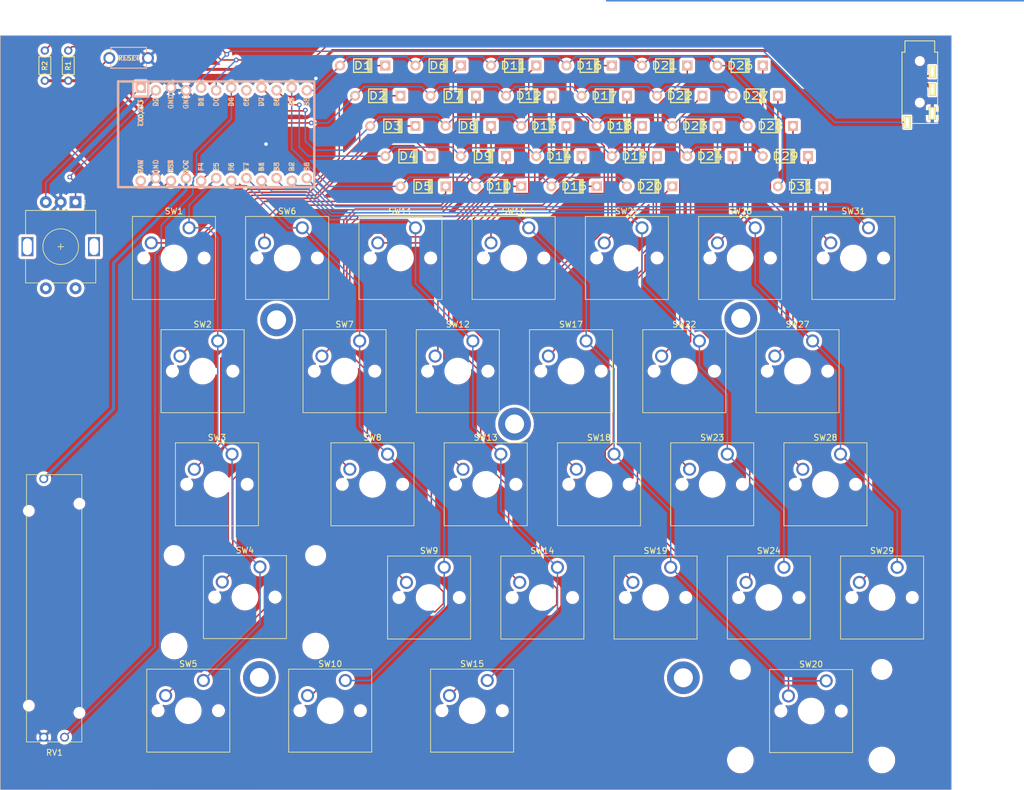
<source format=kicad_pcb>
(kicad_pcb (version 20221018) (generator pcbnew)
  (layers (0 "F.Cu" signal) (31 "B.Cu" signal) (34 "B.Paste" user) (35 "F.Paste" user) (36 "B.SilkS" user "B.Silkscreen") (37 "F.SilkS" user "F.Silkscreen") (38 "B.Mask" user) (39 "F.Mask" user) (44 "Edge.Cuts" user))
  (net 0 "")
  (net 1 "GND")
  (net 2 "slidePot")
  (net 3 "SCL")
  (net 4 "SDA")
  (net 5 "reset")
  (net 6 "encA")
  (net 7 "encB")
  (net 8 "rowC")
  (net 9 "Net-(D3-A)")
  (net 10 "rowD")
  (net 11 "Net-(D4-A)")
  (net 12 "rowE")
  (net 13 "Net-(D5-A)")
  (net 14 "rowA")
  (net 15 "Net-(D6-A)")
  (net 16 "rowB")
  (net 17 "Net-(D7-A)")
  (net 18 "Net-(D8-A)")
  (net 19 "Net-(D9-A)")
  (net 20 "Net-(D10-A)")
  (net 21 "Net-(D11-A)")
  (net 22 "Net-(D12-A)")
  (net 23 "Net-(D13-A)")
  (net 24 "Net-(D14-A)")
  (net 25 "Net-(D15-A)")
  (net 26 "Net-(D16-A)")
  (net 27 "Net-(D17-A)")
  (net 28 "Net-(D18-A)")
  (net 29 "Net-(D19-A)")
  (net 30 "Net-(D20-A)")
  (net 31 "Net-(D21-A)")
  (net 32 "Net-(D22-A)")
  (net 33 "Net-(D23-A)")
  (net 34 "Net-(D24-A)")
  (net 35 "Net-(D26-A)")
  (net 36 "Net-(D27-A)")
  (net 37 "Net-(D28-A)")
  (net 38 "Net-(D29-A)")
  (net 39 "Net-(D31-A)")
  (net 40 "Net-(D1-A)")
  (net 41 "Net-(D2-A)")
  (net 42 "col7")
  (net 43 "col6")
  (net 44 "col5")
  (net 45 "col4")
  (net 46 "col3")
  (net 47 "col2")
  (net 48 "col1")
  (net 50 "VCC")
  (net 51 "x")
  (footprint "" (layer "F.Cu") (at 139.9286 100.584)
    (fp_text reference "")
    (fp_text value "")
  )
  (footprint "Library:Diode" (layer "F.Cu") (at 132.207 68.199)
    (fp_text reference "D23")
    (fp_text value "D_Small" hide)
  )
  (footprint "Button_Switch_Keyboard:SW_Cherry_MX_1.00u_PCB" (layer "F.Cu") (at 123.317 85.344)
    (fp_text reference "SW21")
    (fp_text value "KEYSW")
  )
  (footprint "Button_Switch_Keyboard:SW_Cherry_MX_1.25u_PCB" (layer "F.Cu") (at 73.406 161.544)
    (fp_text reference "SW10")
    (fp_text value "KEYSW")
  )
  (footprint "Library:Diode" (layer "F.Cu") (at 144.907 68.199)
    (fp_text reference "D28")
    (fp_text value "D_Small" hide)
  )
  (footprint "Library:Diode" (layer "F.Cu") (at 91.567 63.119)
    (fp_text reference "D7")
    (fp_text value "D_Small" hide)
  )
  (footprint "" (layer "F.Cu") (at 61.849 100.838)
    (fp_text reference "")
    (fp_text value "")
  )
  (footprint "Library:Diode" (layer "F.Cu") (at 116.967 63.119)
    (fp_text reference "D17")
    (fp_text value "D_Small" hide)
  )
  (footprint "Button_Switch_Keyboard:SW_Cherry_MX_1.00u_PCB" (layer "F.Cu") (at 152.019 104.394)
    (fp_text reference "SW27")
    (fp_text value "KEYSW")
  )
  (footprint "" (layer "F.Cu") (at 101.8794 118.364)
    (fp_text reference "")
    (fp_text value "")
  )
  (footprint "Library:Diode" (layer "F.Cu") (at 129.667 63.119)
    (fp_text reference "D22")
    (fp_text value "D_Small" hide)
  )
  (footprint "Library:Diode" (layer "F.Cu") (at 147.447 73.279)
    (fp_text reference "D29")
    (fp_text value "D_Small" hide)
  )
  (footprint "Button_Switch_Keyboard:SW_Cherry_MX_1.00u_PCB" (layer "F.Cu") (at 99.568 123.444)
    (fp_text reference "SW13")
    (fp_text value "KEYSW")
  )
  (footprint "Library:Diode" (layer "F.Cu") (at 119.507 68.199)
    (fp_text reference "D18")
    (fp_text value "D_Small" hide)
  )
  (footprint "Button_Switch_Keyboard:SW_Cherry_MX_1.00u_PCB" (layer "F.Cu") (at 128.143 142.494)
    (fp_text reference "SW19")
    (fp_text value "KEYSW")
  )
  (footprint "Button_Switch_Keyboard:SW_Cherry_MX_1.00u_PCB" (layer "F.Cu") (at 104.267 85.344)
    (fp_text reference "SW16")
    (fp_text value "KEYSW")
  )
  (footprint "Library:Diode" (layer "F.Cu") (at 94.107 68.199)
    (fp_text reference "D8")
    (fp_text value "D_Small" hide)
  )
  (footprint "Button_Switch_Keyboard:SW_Cherry_MX_1.00u_PCB" (layer "F.Cu") (at 147.193 142.494)
    (fp_text reference "SW24")
    (fp_text value "KEYSW")
  )
  (footprint "Button_Switch_Keyboard:SW_Cherry_MX_1.00u_PCB" (layer "F.Cu") (at 132.969 104.394)
    (fp_text reference "SW22")
    (fp_text value "KEYSW")
  )
  (footprint "Button_Switch_Keyboard:SW_Cherry_MX_2.25u_PCB" (layer "F.Cu") (at 154.305 161.605)
    (fp_text reference "SW20")
    (fp_text value "KEYSW")
  )
  (footprint "Button_Switch_Keyboard:SW_Cherry_MX_1.00u_PCB" (layer "F.Cu") (at 161.417 85.344)
    (fp_text reference "SW31")
    (fp_text value "KEYSW")
  )
  (footprint "Button_Switch_Keyboard:SW_Cherry_MX_1.00u_PCB" (layer "F.Cu") (at 94.869 104.394)
    (fp_text reference "SW12")
    (fp_text value "KEYSW")
  )
  (footprint "Library:Diode" (layer "F.Cu") (at 106.807 68.199)
    (fp_text reference "D13")
    (fp_text value "D_Small" hide)
  )
  (footprint "Button_Switch_Keyboard:SW_Cherry_MX_1.50u_PCB" (layer "F.Cu") (at 51.943 104.394)
    (fp_text reference "SW2")
    (fp_text value "KEYSW")
  )
  (footprint "Button_Switch_Keyboard:SW_Cherry_MX_1.00u_PCB" (layer "F.Cu") (at 80.518 123.444)
    (fp_text reference "SW8")
    (fp_text value "KEYSW")
  )
  (footprint "Library:TACT_SWITCH_TVBP06" (layer "F.Cu") (at 36.957 56.769)
    (fp_text reference "SW_A1" hide)
    (fp_text value "SW_PUSH" hide)
  )
  (footprint "Library:Diode" (layer "F.Cu") (at 96.647 73.279)
    (fp_text reference "D9")
    (fp_text value "D_Small" hide)
  )
  (footprint "Library:Diode" (layer "F.Cu") (at 89.027 58.039)
    (fp_text reference "D6")
    (fp_text value "D_Small" hide)
  )
  (footprint "Library:Diode" (layer "F.Cu") (at 111.887 78.359)
    (fp_text reference "D15")
    (fp_text value "D_Small" hide)
  )
  (footprint "Library:RESISTOR" (layer "F.Cu") (at 26.797 58.039 90)
    (fp_text reference "R1")
    (fp_text value "4.7k" hide)
  )
  (footprint "Library:RotaryEncoder_EC11" (layer "F.Cu") (at 25.527 88.519 -90)
    (fp_text reference "ROT1")
    (fp_text value "RotaryEncoder")
  )
  (footprint "Button_Switch_Keyboard:SW_Cherry_MX_1.25u_PCB" (layer "F.Cu") (at 97.282 161.544)
    (fp_text reference "SW15")
    (fp_text value "KEYSW")
  )
  (footprint "Library:Diode" (layer "F.Cu") (at 83.947 73.279)
    (fp_text reference "D4")
    (fp_text value "D_Small" hide)
  )
  (footprint "Library:RESISTOR" (layer "F.Cu") (at 22.86 58.039 90)
    (fp_text reference "R2")
    (fp_text value "4.7k" hide)
  )
  (footprint "Button_Switch_Keyboard:SW_Cherry_MX_1.00u_PCB" (layer "F.Cu") (at 109.093 142.494)
    (fp_text reference "SW14")
    (fp_text value "KEYSW")
  )
  (footprint "Button_Switch_Keyboard:SW_Cherry_MX_2.25u_PCB" (layer "F.Cu") (at 59.055 142.428)
    (fp_text reference "SW4")
    (fp_text value "KEYSW")
  )
  (footprint "Button_Switch_Keyboard:SW_Cherry_MX_1.00u_PCB" (layer "F.Cu") (at 47.117 85.344)
    (fp_text reference "SW1")
    (fp_text value "KEYSW")
  )
  (footprint "Button_Switch_Keyboard:SW_Cherry_MX_1.00u_PCB" (layer "F.Cu") (at 90.043 142.494)
    (fp_text reference "SW9")
    (fp_text value "KEYSW")
  )
  (footprint "Button_Switch_Keyboard:SW_Cherry_MX_1.00u_PCB" (layer "F.Cu") (at 118.618 123.444)
    (fp_text reference "SW18")
    (fp_text value "KEYSW")
  )
  (footprint "Library:Diode" (layer "F.Cu") (at 104.267 63.119)
    (fp_text reference "D12")
    (fp_text value "D_Small" hide)
  )
  (footprint "Button_Switch_Keyboard:SW_Cherry_MX_1.00u_PCB" (layer "F.Cu") (at 156.718 123.444)
    (fp_text reference "SW28")
    (fp_text value "KEYSW")
  )
  (footprint "Library:Diode" (layer "F.Cu") (at 122.047 73.279)
    (fp_text reference "D19")
    (fp_text value "D_Small" hide)
  )
  (footprint "Library:Diode" (layer "F.Cu") (at 76.327 58.039)
    (fp_text reference "D1")
    (fp_text value "D_Small" hide)
  )
  (footprint "Button_Switch_Keyboard:SW_Cherry_MX_1.25u_PCB" (layer "F.Cu") (at 49.53 161.544)
    (fp_text reference "SW5")
    (fp_text value "KEYSW")
  )
  (footprint "Library:Diode" (layer "F.Cu") (at 134.747 73.279)
    (fp_text reference "D24")
    (fp_text value "D_Small" hide)
  )
  (footprint "Library:potentiometer_slider_45mm" (layer "F.Cu") (at 31.377 171.884 90)
    (fp_text reference "RV1")
    (fp_text value "R_Potentiometer")
  )
  (footprint "Library:Diode" (layer "F.Cu") (at 124.587 78.359)
    (fp_text reference "D20")
    (fp_text value "D_Small" hide)
  )
  (footprint "Library:Diode" (layer "F.Cu") (at 109.347 73.279)
    (fp_text reference "D14")
    (fp_text value "D_Small" hide)
  )
  (footprint "Library:TRRS" (layer "F.Cu") (at 170.053 55.7765)
    (fp_text reference "U2" hide)
    (fp_text value "4PIN" hide)
  )
  (footprint "" (layer "F.Cu") (at 58.9534 161.036)
    (fp_text reference "")
    (fp_text value "")
  )
  (footprint "Button_Switch_Keyboard:SW_Cherry_MX_1.00u_PCB" (layer "F.Cu") (at 113.919 104.394)
    (fp_text reference "SW17")
    (fp_text value "KEYSW")
  )
  (footprint "Library:Diode" (layer "F.Cu") (at 139.827 58.039)
    (fp_text reference "D26")
    (fp_text value "D_Small" hide)
  )
  (footprint "Library:Diode" (layer "F.Cu") (at 86.487 78.359)
    (fp_text reference "D5")
    (fp_text value "D_Small" hide)
  )
  (footprint "Button_Switch_Keyboard:SW_Cherry_MX_1.00u_PCB" (layer "F.Cu") (at 166.243 142.494)
    (fp_text reference "SW29")
    (fp_text value "KEYSW")
  )
  (footprint "" (layer "F.Cu") (at 130.2766 161.0868)
    (fp_text reference "")
    (fp_text value "")
  )
  (footprint "Library:Diode" (layer "F.Cu") (at 78.867 63.119)
    (fp_text reference "D2")
    (fp_text value "D_Small" hide)
  )
  (footprint "Library:Diode" (layer "F.Cu") (at 127.127 58.039)
    (fp_text reference "D21")
    (fp_text value "D_Small" hide)
  )
  (footprint "Button_Switch_Keyboard:SW_Cherry_MX_1.00u_PCB" (layer "F.Cu") (at 85.217 85.344)
    (fp_text reference "SW11")
    (fp_text value "KEYSW")
  )
  (footprint "Button_Switch_Keyboard:SW_Cherry_MX_1.00u_PCB" (layer "F.Cu") (at 75.819 104.394)
    (fp_text reference "SW7")
    (fp_text value "KEYSW")
  )
  (footprint "Library:Diode" (layer "F.Cu") (at 142.367 63.119)
    (fp_text reference "D27")
    (fp_text value "D_Small" hide)
  )
  (footprint "Button_Switch_Keyboard:SW_Cherry_MX_1.00u_PCB" (layer "F.Cu") (at 137.668 123.444)
    (fp_text reference "SW23")
    (fp_text value "KEYSW")
  )
  (footprint "Library:Diode" (layer "F.Cu") (at 149.987 78.359)
    (fp_text reference "D31")
    (fp_text value "D_Small" hide)
  )
  (footprint "Library:Diode" (layer "F.Cu") (at 99.187 78.359)
    (fp_text reference "D10")
    (fp_text value "D_Small" hide)
  )
  (footprint "Button_Switch_Keyboard:SW_Cherry_MX_1.75u_PCB" (layer "F.Cu") (at 54.356 123.444)
    (fp_text reference "SW3")
    (fp_text value "KEYSW")
  )
  (footprint "Library:Diode" (layer "F.Cu") (at 101.727 58.039)
    (fp_text reference "D11")
    (fp_text value "D_Small" hide)
  )
  (footprint "Library:Diode" (layer "F.Cu") (at 114.427 58.039)
    (fp_text reference "D16")
    (fp_text value "D_Small" hide)
  )
  (footprint "Library:Diode" (layer "F.Cu") (at 81.407 68.199)
    (fp_text reference "D3")
    (fp_text value "D_Small" hide)
  )
  (footprint "Button_Switch_Keyboard:SW_Cherry_MX_1.00u_PCB" (layer "F.Cu") (at 66.167 85.344)
    (fp_text reference "SW6")
    (fp_text value "KEYSW")
  )
  (footprint "Button_Switch_Keyboard:SW_Cherry_MX_1.00u_PCB" (layer "F.Cu") (at 142.367 85.344)
    (fp_text reference "SW26")
    (fp_text value "KEYSW")
  )
  (footprint "Keebio-Parts:ArduinoProMicro-ZigZag" (layer "B.Cu") (at 52.959 69.596)
    (fp_text reference "U1" hide)
    (fp_text value "ProMicro" hide)
  )
  (gr_line (start 15.367 52.959) (end 175.387 52.959) (stroke (width 0.1)) (layer "Edge.Cuts"))
  (gr_line (start 175.387 179.959) (end 15.367 179.959) (stroke (width 0.1)) (layer "Edge.Cuts"))
  (gr_line (start 175.387 52.959) (end 175.387 179.959) (stroke (width 0.1)) (layer "Edge.Cuts"))
  (gr_line (start 15.367 179.959) (end 15.367 52.959) (stroke (width 0.1)) (layer "Edge.Cuts"))
  (via (at 68.453 60.198) (size 1.2) (drill 0.6) (layers "F.Cu" "B.Cu") (net 1))
  (via (at 60.071 71.247) (size 1.2) (drill 0.6) (layers "F.Cu" "B.Cu") (net 1))
  (segment (start 154.81354 65.786) (end 143.76454 54.737) (width 0.5) (layer "B.Cu") (net 1))
  (segment (start 42.239 54.737) (end 40.207 56.769) (width 0.5) (layer "B.Cu") (net 1))
  (segment (start 44.069 60.631) (end 44.069 61.7474) (width 0.5) (layer "B.Cu") (net 1))
  (segment (start 172.153 66.0765) (end 171.8625 65.786) (width 0.5) (layer "B.Cu") (net 1))
  (segment (start 171.8625 65.786) (end 154.81354 65.786) (width 0.5) (layer "B.Cu") (net 1))
  (segment (start 41.529 73.914) (end 41.529 73.787) (width 0.5) (layer "B.Cu") (net 1))
  (segment (start 41.529 73.787) (end 44.069 71.247) (width 0.5) (layer "B.Cu") (net 1))
  (segment (start 25.527 81.019) (end 25.527 122.174) (width 0.5) (layer "B.Cu") (net 1))
  (segment (start 44.069 71.247) (end 44.069 61.7474) (width 0.5) (layer "B.Cu") (net 1))
  (segment (start 41.529 76.9874) (end 41.529 73.914) (width 0.5) (layer "B.Cu") (net 1))
  (segment (start 143.76454 54.737) (end 42.239 54.737) (width 0.5) (layer "B.Cu") (net 1))
  (segment (start 25.527 122.174) (end 21.082 126.619) (width 0.5) (layer "B.Cu") (net 1))
  (segment (start 25.527 81.019) (end 25.527 79.604787) (width 0.5) (layer "B.Cu") (net 1))
  (segment (start 21.082 126.619) (end 21.082 128.524) (width 0.5) (layer "B.Cu") (net 1))
  (segment (start 31.217787 73.914) (end 41.529 73.914) (width 0.5) (layer "B.Cu") (net 1))
  (segment (start 46.609 62.2046) (end 44.5262 62.2046) (width 0.5) (layer "B.Cu") (net 1))
  (segment (start 21.082 128.524) (end 21.717 129.159) (width 0.5) (layer "B.Cu") (net 1))
  (segment (start 21.717 129.159) (end 21.717 170.124) (width 0.5) (layer "B.Cu") (net 1))
  (segment (start 44.5262 62.2046) (end 44.069 61.7474) (width 0.5) (layer "B.Cu") (net 1))
  (segment (start 21.717 170.124) (end 22.677 171.084) (width 0.5) (layer "B.Cu") (net 1))
  (segment (start 40.207 56.769) (end 44.069 60.631) (width 0.5) (layer "B.Cu") (net 1))
  (segment (start 25.527 79.604787) (end 31.217787 73.914) (width 0.5) (layer "B.Cu") (net 1))
  (segment (start 48.387 76.431337) (end 47.8643 76.954037) (width 0.25) (layer "B.Cu") (net 2))
  (segment (start 47.8643 77.507363) (end 47.752 77.619663) (width 0.25) (layer "B.Cu") (net 2))
  (segment (start 48.387 72.897816) (end 48.387 76.431337) (width 0.25) (layer "B.Cu") (net 2))
  (segment (start 42.442056 84.938944) (end 42.442056 88.748944) (width 0.25) (layer "B.Cu") (net 2))
  (segment (start 47.8643 76.954037) (end 47.8643 77.507363) (width 0.25) (layer "B.Cu") (net 2))
  (segment (start 54.229 61.7474) (end 54.229 67.055816) (width 0.25) (layer "B.Cu") (net 2))
  (segment (start 42.442056 88.748944) (end 41.402 89.789) (width 0.25) (layer "B.Cu") (net 2))
  (segment (start 54.229 67.055816) (end 48.387 72.897816) (width 0.25) (layer "B.Cu") (net 2))
  (segment (start 41.402 155.859) (end 26.177 171.084) (width 0.25) (layer "B.Cu") (net 2))
  (segment (start 47.752 79.629) (end 42.442056 84.938944) (width 0.25) (layer "B.Cu") (net 2))
  (segment (start 41.402 89.789) (end 41.402 155.859) (width 0.25) (layer "B.Cu") (net 2))
  (segment (start 47.752 77.619663) (end 47.752 79.629) (width 0.25) (layer "B.Cu") (net 2))
  (segment (start 55.0545 57.0865) (end 67.8815 57.0865) (width 0.25) (layer "F.Cu") (net 3))
  (segment (start 67.8815 57.0865) (end 70.612 54.356) (width 0.25) (layer "F.Cu") (net 3))
  (segment (start 171.4125 59.817) (end 172.153 59.0765) (width 0.25) (layer "F.Cu") (net 3))
  (segment (start 145.923 54.356) (end 151.384 59.817) (width 0.25) (layer "F.Cu") (net 3))
  (segment (start 27.432 54.864) (end 26.797 55.499) (width 0.25) (layer "F.Cu") (net 3))
  (segment (start 55.0545 57.0865) (end 52.5145 57.0865) (width 0.25) (layer "F.Cu") (net 3))
  (segment (start 70.612 54.356) (end 145.923 54.356) (width 0.25) (layer "F.Cu") (net 3))
  (segment (start 151.384 59.817) (end 171.4125 59.817) (width 0.25) (layer "F.Cu") (net 3))
  (segment (start 52.5145 57.0865) (end 50.292 54.864) (width 0.25) (layer "F.Cu") (net 3))
  (segment (start 50.292 54.864) (end 27.432 54.864) (width 0.25) (layer "F.Cu") (net 3))
  (via (at 55.0545 57.0865) (size 0.8) (drill 0.4) (layers "F.Cu" "B.Cu") (net 3))
  (segment (start 51.689 60.452) (end 51.689 62.2046) (width 0.25) (layer "B.Cu") (net 3))
  (segment (start 55.0545 57.0865) (end 51.689 60.452) (width 0.25) (layer "B.Cu") (net 3))
  (segment (start 24.257 54.102) (end 22.86 55.499) (width 0.25) (layer "F.Cu") (net 4))
  (segment (start 53.467 56.134) (end 51.435 54.102) (width 0.25) (layer "F.Cu") (net 4))
  (segment (start 51.435 54.102) (end 24.257 54.102) (width 0.25) (layer "F.Cu") (net 4))
  (via (at 53.467 56.134) (size 0.8) (drill 0.4) (layers "F.Cu" "B.Cu") (net 4))
  (segment (start 167.953 67.5765) (end 155.7145 67.5765) (width 0.25) (layer "B.Cu") (net 4))
  (segment (start 53.467 56.1467) (end 49.149 60.4647) (width 0.25) (layer "B.Cu") (net 4))
  (segment (start 53.975 55.626) (end 53.467 56.134) (width 0.25) (layer "B.Cu") (net 4))
  (segment (start 49.149 60.4647) (end 49.149 61.7474) (width 0.25) (layer "B.Cu") (net 4))
  (segment (start 143.764 55.626) (end 53.975 55.626) (width 0.25) (layer "B.Cu") (net 4))
  (segment (start 155.7145 67.5765) (end 143.764 55.626) (width 0.25) (layer "B.Cu") (net 4))
  (segment (start 53.467 56.134) (end 53.467 56.1467) (width 0.25) (layer "B.Cu") (net 4))
  (segment (start 22.987 57.912) (end 32.564 57.912) (width 0.25) (layer "F.Cu") (net 5))
  (segment (start 34.036 78.867) (end 21.209 66.04) (width 0.25) (layer "F.Cu") (net 5))
  (segment (start 21.209 66.04) (end 21.209 59.69) (width 0.25) (layer "F.Cu") (net 5))
  (segment (start 21.209 59.69) (end 22.987 57.912) (width 0.25) (layer "F.Cu") (net 5))
  (segment (start 32.564 57.912) (end 33.707 56.769) (width 0.25) (layer "F.Cu") (net 5))
  (segment (start 44.069 77.4446) (end 43.8404 77.4446) (width 0.25) (layer "F.Cu") (net 5))
  (segment (start 42.418 78.867) (end 34.036 78.867) (width 0.25) (layer "F.Cu") (net 5))
  (segment (start 43.8404 77.4446) (end 42.418 78.867) (width 0.25) (layer "F.Cu") (net 5))
  (segment (start 38.989 61.7474) (end 23.027 77.7094) (width 0.25) (layer "B.Cu") (net 6))
  (segment (start 23.027 77.7094) (end 23.027 81.019) (width 0.25) (layer "B.Cu") (net 6))
  (segment (start 28.027 77.764) (end 28.027 81.019) (width 0.25) (layer "F.Cu") (net 7))
  (segment (start 27.058522 76.795522) (end 28.027 77.764) (width 0.25) (layer "F.Cu") (net 7))
  (via (at 27.058522 76.795522) (size 0.8) (drill 0.4) (layers "F.Cu" "B.Cu") (net 7))
  (segment (start 41.529 62.23) (end 41.529 62.2046) (width 0.25) (layer "B.Cu") (net 7))
  (segment (start 27.058522 76.700478) (end 41.529 62.23) (width 0.25) (layer "B.Cu") (net 7))
  (segment (start 27.058522 76.795522) (end 27.058522 76.700478) (width 0.25) (layer "B.Cu") (net 7))
  (segment (start 65.659 64.643) (end 64.2874 64.643) (width 0.25) (layer "F.Cu") (net 8))
  (segment (start 64.2874 64.643) (end 61.849 62.2046) (width 0.25) (layer "F.Cu") (net 8))
  (via (at 65.659 64.643) (size 0.8) (drill 0.4) (layers "F.Cu" "B.Cu") (net 8))
  (segment (start 91.313 71.755) (end 92.837 73.279) (width 0.25) (layer "B.Cu") (net 8))
  (segment (start 80.137 73.279) (end 67.183 73.279) (width 0.25) (layer "B.Cu") (net 8))
  (segment (start 67.183 73.279) (end 65.659 71.755) (width 0.25) (layer "B.Cu") (net 8))
  (segment (start 92.837 73.279) (end 94.234 71.882) (width 0.25) (layer "B.Cu") (net 8))
  (segment (start 65.659 71.755) (end 65.659 64.643) (width 0.25) (layer "B.Cu") (net 8))
  (segment (start 142.113 71.755) (end 132.461 71.755) (width 0.25) (layer "B.Cu") (net 8))
  (segment (start 116.713 71.755) (end 118.237 73.279) (width 0.25) (layer "B.Cu") (net 8))
  (segment (start 80.137 73.279) (end 81.661 71.755) (width 0.25) (layer "B.Cu") (net 8))
  (segment (start 119.761 71.755) (end 129.413 71.755) (width 0.25) (layer "B.Cu") (net 8))
  (segment (start 104.14 71.882) (end 105.537 73.279) (width 0.25) (layer "B.Cu") (net 8))
  (segment (start 129.413 71.755) (end 130.937 73.279) (width 0.25) (layer "B.Cu") (net 8))
  (segment (start 107.061 71.755) (end 116.713 71.755) (width 0.25) (layer "B.Cu") (net 8))
  (segment (start 81.661 71.755) (end 91.313 71.755) (width 0.25) (layer "B.Cu") (net 8))
  (segment (start 94.234 71.882) (end 104.14 71.882) (width 0.25) (layer "B.Cu") (net 8))
  (segment (start 105.537 73.279) (end 107.061 71.755) (width 0.25) (layer "B.Cu") (net 8))
  (segment (start 132.461 71.755) (end 130.937 73.279) (width 0.25) (layer "B.Cu") (net 8))
  (segment (start 118.237 73.279) (end 119.761 71.755) (width 0.25) (layer "B.Cu") (net 8))
  (segment (start 143.637 73.279) (end 142.113 71.755) (width 0.25) (layer "B.Cu") (net 8))
  (segment (start 52.451 121.539) (end 48.006 125.984) (width 0.25) (layer "F.Cu") (net 9))
  (segment (start 80.059236 68.199) (end 68.383236 79.875) (width 0.25) (layer "F.Cu") (net 9))
  (segment (start 54.483 105.283) (end 52.451 107.315) (width 0.25) (layer "F.Cu") (net 9))
  (segment (start 52.451 107.315) (end 52.451 121.539) (width 0.25) (layer "F.Cu") (net 9))
  (segment (start 54.483 83.058) (end 54.483 105.283) (width 0.25) (layer "F.Cu") (net 9))
  (segment (start 68.383236 79.875) (end 57.666 79.875) (width 0.25) (layer "F.Cu") (net 9))
  (segment (start 85.217 68.199) (end 80.059236 68.199) (width 0.25) (layer "F.Cu") (net 9))
  (segment (start 57.666 79.875) (end 54.483 83.058) (width 0.25) (layer "F.Cu") (net 9))
  (segment (start 64.389 61.7474) (end 64.389 72.009) (width 0.25) (layer "B.Cu") (net 10))
  (segment (start 82.677 78.359) (end 84.201 76.835) (width 0.25) (layer "B.Cu") (net 10))
  (segment (start 109.601 76.835) (end 119.253 76.835) (width 0.25) (layer "B.Cu") (net 10))
  (segment (start 93.853 76.835) (end 95.377 78.359) (width 0.25) (layer "B.Cu") (net 10))
  (segment (start 70.739 78.359) (end 82.677 78.359) (width 0.25) (layer "B.Cu") (net 10))
  (segment (start 95.377 78.359) (end 96.901 76.835) (width 0.25) (layer "B.Cu") (net 10))
  (segment (start 84.201 76.835) (end 93.853 76.835) (width 0.25) (layer "B.Cu") (net 10))
  (segment (start 106.553 76.835) (end 108.077 78.359) (width 0.25) (layer "B.Cu") (net 10))
  (segment (start 108.077 78.359) (end 109.601 76.835) (width 0.25) (layer "B.Cu") (net 10))
  (segment (start 119.253 76.835) (end 120.777 78.359) (width 0.25) (layer "B.Cu") (net 10))
  (segment (start 64.389 72.009) (end 70.739 78.359) (width 0.25) (layer "B.Cu") (net 10))
  (segment (start 96.901 76.835) (end 106.553 76.835) (width 0.25) (layer "B.Cu") (net 10))
  (segment (start 56.158 82.653) (end 56.158 126.053588) (width 0.25) (layer "F.Cu") (net 11))
  (segment (start 85.217 70.739) (end 78.232 70.739) (width 0.25) (layer "F.Cu") (net 11))
  (segment (start 54.483 127.728588) (end 54.483 143.19) (width 0.25) (layer "F.Cu") (net 11))
  (segment (start 78.232 70.739) (end 68.592 80.379) (width 0.25) (layer "F.Cu") (net 11))
  (segment (start 68.592 80.379) (end 58.432 80.379) (width 0.25) (layer "F.Cu") (net 11))
  (segment (start 56.158 126.053588) (end 54.483 127.728588) (width 0.25) (layer "F.Cu") (net 11))
  (segment (start 87.757 73.279) (end 85.217 70.739) (width 0.25) (layer "F.Cu") (net 11))
  (segment (start 58.432 80.379) (end 56.158 82.653) (width 0.25) (layer "F.Cu") (net 11))
  (segment (start 54.483 143.19) (end 52.705 144.968) (width 0.25) (layer "F.Cu") (net 11))
  (segment (start 74.041 56.515) (end 83.693 56.515) (width 0.25) (layer "B.Cu") (net 12))
  (segment (start 146.939 77.597) (end 146.177 78.359) (width 0.25) (layer "B.Cu") (net 12))
  (segment (start 112.141 56.515) (end 121.793 56.515) (width 0.25) (layer "B.Cu") (net 12))
  (segment (start 137.668 58.039) (end 146.939 67.31) (width 0.25) (layer "B.Cu") (net 12))
  (segment locked (start 117.3774 47.121) (end 187.456 47.121) (width 0.25) (layer "B.Cu") (net 12))
  (segment (start 124.841 56.515) (end 123.317 58.039) (width 0.25) (layer "B.Cu") (net 12))
  (segment (start 72.517 58.039) (end 74.041 56.515) (width 0.25) (layer "B.Cu") (net 12))
  (segment (start 86.741 56.515) (end 96.393 56.515) (width 0.25) (layer "B.Cu") (net 12))
  (segment (start 121.793 56.515) (end 123.317 58.039) (width 0.25) (layer "B.Cu") (net 12))
  (segment (start 136.017 58.039) (end 137.668 58.039) (width 0.25) (layer "B.Cu") (net 12))
  (segment (start 85.217 58.039) (end 86.741 56.515) (width 0.25) (layer "B.Cu") (net 12))
  (segment (start 68.3514 62.2046) (end 66.929 62.2046) (width 0.25) (layer "B.Cu") (net 12))
  (segment (start 134.493 56.515) (end 124.841 56.515) (width 0.25) (layer "B.Cu") (net 12))
  (segment (start 110.617 58.039) (end 109.093 56.515) (width 0.25) (layer "B.Cu") (net 12))
  (segment (start 96.393 56.515) (end 97.917 58.039) (width 0.25) (layer "B.Cu") (net 12))
  (segment (start 83.693 56.515) (end 85.217 58.039) (width 0.25) (layer "B.Cu") (net 12))
  (segment (start 109.093 56.515) (end 99.441 56.515) (width 0.25) (layer "B.Cu") (net 12))
  (segment (start 99.441 56.515) (end 97.917 58.039) (width 0.25) (layer "B.Cu") (net 12))
  (segment (start 72.517 58.039) (end 68.3514 62.2046) (width 0.25) (layer "B.Cu") (net 12))
  (segment (start 136.017 58.039) (end 134.493 56.515) (width 0.25) (layer "B.Cu") (net 12))
  (segment (start 110.617 58.039) (end 112.141 56.515) (width 0.25) (layer "B.Cu") (net 12))
  (segment (start 146.939 67.31) (end 146.939 77.597) (width 0.25) (layer "B.Cu") (net 12))
  (segment (start 61.087 130.132932) (end 61.087 145.034) (width 0.25) (layer "F.Cu") (net 13))
  (segment (start 57.019279 83.696721) (end 57.019279 126.065211) (width 0.25) (layer "F.Cu") (net 13))
  (segment (start 47.199 160.065) (end 43.18 164.084) (width 0.25) (layer "F.Cu") (net 13))
  (segment (start 90.297 78.359) (end 90.297 79.502) (width 0.25) (layer "F.Cu") (net 13))
  (segment (start 49.231 160.065) (end 47.199 160.065) (width 0.25) (layer "F.Cu") (net 13))
  (segment (start 59.817 146.304) (end 59.817 149.479) (width 0.25) (layer "F.Cu") (net 13))
  (segment (start 59.817 80.899) (end 57.019279 83.696721) (width 0.25) (layer "F.Cu") (net 13))
  (segment (start 57.019279 126.065211) (end 61.087 130.132932) (width 0.25) (layer "F.Cu") (net 13))
  (segment (start 90.297 79.502) (end 88.9 80.899) (width 0.25) (layer "F.Cu") (net 13))
  (segment (start 61.087 145.034) (end 59.817 146.304) (width 0.25) (layer "F.Cu") (net 13))
  (segment (start 59.817 149.479) (end 49.231 160.065) (width 0.25) (layer "F.Cu") (net 13))
  (segment (start 88.9 80.899) (end 59.817 80.899) (width 0.25) (layer "F.Cu") (net 13))
  (segment (start 58.9026 67.691) (end 49.149 77.4446) (width 0.25) (layer "F.Cu") (net 14))
  (segment (start 67.691 67.691) (end 58.9026 67.691) (width 0.25) (layer "F.Cu") (net 14))
  (via (at 67.691 67.691) (size 0.8) (drill 0.4) (layers "F.Cu" "B.Cu") (net 14))
  (segment (start 70.485 67.691) (end 67.691 67.691) (width 0.25) (layer "B.Cu") (net 14))
  (segment (start 86.233 61.595) (end 87.757 63.119) (width 0.25) (layer "B.Cu") (net 14))
  (segment (start 125.857 63.119) (end 124.333 61.595) (width 0.25) (layer "B.Cu") (net 14))
  (segment (start 127.381 61.595) (end 137.033 61.595) (width 0.25) (layer "B.Cu") (net 14))
  (segment (start 75.057 63.119) (end 76.581 61.595) (width 0.25) (layer "B.Cu") (net 14))
  (segment (start 87.757 63.119) (end 89.281 61.595) (width 0.25) (layer "B.Cu") (net 14))
  (segment (start 75.057 63.119) (end 70.485 67.691) (width 0.25) (layer "B.Cu") (net 14))
  (segment (start 137.033 61.595) (end 138.557 63.119) (width 0.25) (layer "B.Cu") (net 14))
  (segment (start 111.633 61.595) (end 101.981 61.595) (width 0.25) (layer "B.Cu") (net 14))
  (segment (start 89.281 61.595) (end 98.933 61.595) (width 0.25) (layer "B.Cu") (net 14))
  (segment (start 76.581 61.595) (end 86.233 61.595) (width 0.25) (layer "B.Cu") (net 14))
  (segment (start 124.333 61.595) (end 114.681 61.595) (width 0.25) (layer "B.Cu") (net 14))
  (segment (start 114.681 61.595) (end 113.157 63.119) (width 0.25) (layer "B.Cu") (net 14))
  (segment (start 98.933 61.595) (end 100.457 63.119) (width 0.25) (layer "B.Cu") (net 14))
  (segment (start 113.157 63.119) (end 111.633 61.595) (width 0.25) (layer "B.Cu") (net 14))
  (segment (start 125.857 63.119) (end 127.381 61.595) (width 0.25) (layer "B.Cu") (net 14))
  (segment (start 101.981 61.595) (end 100.457 63.119) (width 0.25) (layer "B.Cu") (net 14))
  (segment (start 91.567 79.498) (end 89.531 81.534) (width 0.25) (layer "F.Cu") (net 15))
  (segment (start 62.357 81.534) (end 59.817 84.074) (width 0.25) (layer "F.Cu") (net 15))
  (segment (start 92.837 58.039) (end 91.567 59.309) (width 0.25) (layer "F.Cu") (net 15))
  (segment (start 91.567 59.309) (end 91.567 79.498) (width 0.25) (layer "F.Cu") (net 15))
  (segment (start 89.531 81.534) (end 62.357 81.534) (width 0.25) (layer "F.Cu") (net 15))
  (segment (start 59.817 84.074) (end 59.817 87.884) (width 0.25) (layer "F.Cu") (net 15))
  (segment (start 66.675 65.532) (end 66.548 65.659) (width 0.25) (layer "F.Cu") (net 16))
  (segment (start 63.2206 65.659) (end 59.309 61.7474) (width 0.25) (layer "F.Cu") (net 16))
  (segment (start 66.548 65.659) (end 63.2206 65.659) (width 0.25) (layer "F.Cu") (net 16))
  (via (at 66.675 65.532) (size 0.8) (drill 0.4) (layers "F.Cu" "B.Cu") (net 16))
  (segment (start 66.675 70.739) (end 68.199 72.263) (width 0.25) (layer "B.Cu") (net 16))
  (segment (start 115.697 68.199) (end 114.173 66.675) (width 0.25) (layer "B.Cu") (net 16))
  (segment (start 102.997 68.199) (end 101.473 66.675) (width 0.25) (layer "B.Cu") (net 16))
  (segment (start 139.573 66.675) (end 129.921 66.675) (width 0.25) (layer "B.Cu") (net 16))
  (segment (start 126.976742 66.778742) (end 117.117258 66.778742) (width 0.25) (layer "B.Cu") (net 16))
  (segment (start 91.821 66.675) (end 90.297 68.199) (width 0.25) (layer "B.Cu") (net 16))
  (segment (start 68.199 72.263) (end 73.533 72.263) (width 0.25) (layer "B.Cu") (net 16))
  (segment (start 104.521 66.675) (end 102.997 68.199) (width 0.25) (layer "B.Cu") (net 16))
  (segment (start 129.921 66.675) (end 128.397 68.199) (width 0.25) (layer "B.Cu") (net 16))
  (segment (start 88.773 66.675) (end 79.121 66.675) (width 0.25) (layer "B.Cu") (net 16))
  (segment (start 66.675 65.532) (end 66.675 70.739) (width 0.25) (layer "B.Cu") (net 16))
  (segment (start 90.297 68.199) (end 88.773 66.675) (width 0.25) (layer "B.Cu") (net 16))
  (segment (start 101.473 66.675) (end 91.821 66.675) (width 0.25) (layer "B.Cu") (net 16))
  (segment (start 117.117258 66.778742) (end 115.697 68.199) (width 0.25) (layer "B.Cu") (net 16))
  (segment (start 73.533 72.263) (end 77.597 68.199) (width 0.25) (layer "B.Cu") (net 16))
  (segment (start 114.173 66.675) (end 104.521 66.675) (width 0.25) (layer "B.Cu") (net 16))
  (segment (start 141.097 68.199) (end 139.573 66.675) (width 0.25) (layer "B.Cu") (net 16))
  (segment (start 128.397 68.199) (end 126.976742 66.778742) (width 0.25) (layer "B.Cu") (net 16))
  (segment (start 79.121 66.675) (end 77.597 68.199) (width 0.25) (layer "B.Cu") (net 16))
  (segment (start 75.057 82.169) (end 73.152 84.074) (width 0.25) (layer "F.Cu") (net 17))
  (segment (start 92.202 79.575764) (end 89.608764 82.169) (width 0.25) (layer "F.Cu") (net 17))
  (segment (start 89.608764 82.169) (end 75.057 82.169) (width 0.25) (layer "F.Cu") (net 17))
  (segment (start 92.202 77.089) (end 92.202 79.575764) (width 0.25) (layer "F.Cu") (net 17))
  (segment (start 73.152 103.251) (end 69.469 106.934) (width 0.25) (layer "F.Cu") (net 17))
  (segment (start 95.377 73.914) (end 92.202 77.089) (width 0.25) (layer "F.Cu") (net 17))
  (segment (start 95.377 63.119) (end 95.377 73.914) (width 0.25) (layer "F.Cu") (net 17))
  (segment (start 73.152 84.074) (end 73.152 103.251) (width 0.25) (layer "F.Cu") (net 17))
  (segment (start 70.612 108.458) (end 70.612 122.428) (width 0.25) (layer "F.Cu") (net 18))
  (segment (start 73.66 84.278764) (end 73.66 105.41) (width 0.25) (layer "F.Cu") (net 18))
  (segment (start 73.66 105.41) (end 70.612 108.458) (width 0.25) (layer "F.Cu") (net 18))
  (segment (start 92.837 77.724) (end 92.837 79.653528) (width 0.25) (layer "F.Cu") (net 18))
  (segment (start 97.917 68.199) (end 97.917 72.644) (width 0.25) (layer "F.Cu") (net 18))
  (segment (start 89.686528 82.804) (end 75.134764 82.804) (width 0.25) (layer "F.Cu") (net 18))
  (segment (start 92.837 79.653528) (end 89.686528 82.804) (width 0.25) (layer "F.Cu") (net 18))
  (segment (start 70.612 122.428) (end 74.168 125.984) (width 0.25) (layer "F.Cu") (net 18))
  (segment (start 75.134764 82.804) (end 73.66 84.278764) (width 0.25) (layer "F.Cu") (net 18))
  (segment (start 97.917 72.644) (end 92.837 77.724) (width 0.25) (layer "F.Cu") (net 18))
  (segment (start 100.457 74.982421) (end 92.000421 83.439) (width 0.25) (layer "F.Cu") (net 19))
  (segment (start 77.123 124.304586) (end 81.829 129.010586) (width 0.25) (layer "F.Cu") (net 19))
  (segment (start 100.457 73.279) (end 100.457 74.982421) (width 0.25) (layer "F.Cu") (net 19))
  (segment (start 74.168 84.963) (end 74.168 106.553) (width 0.25) (layer "F.Cu") (net 19))
  (segment (start 74.168 106.553) (end 77.123 109.508) (width 0.25) (layer "F.Cu") (net 19))
  (segment (start 92.000421 83.439) (end 75.692 83.439) (width 0.25) (layer "F.Cu") (net 19))
  (segment (start 81.829 129.010586) (end 81.829 143.17) (width 0.25) (layer "F.Cu") (net 19))
  (segment (start 75.692 83.439) (end 74.168 84.963) (width 0.25) (layer "F.Cu") (net 19))
  (segment (start 81.829 143.17) (end 83.693 145.034) (width 0.25) (layer "F.Cu") (net 19))
  (segment (start 77.123 109.508) (end 77.123 124.304586) (width 0.25) (layer "F.Cu") (net 19))
  (segment (start 78.359 92.924068) (end 78.359 104.364189) (width 0.25) (layer "F.Cu") (net 20))
  (segment (start 89.916 148.59) (end 88.519 149.987) (width 0.25) (layer "F.Cu") (net 20))
  (segment (start 81.748068 149.987) (end 67.651068 164.084) (width 0.25) (layer "F.Cu") (net 20))
  (segment (start 87.884 113.889189) (end 87.884 144.590586) (width 0.25) (layer "F.Cu") (net 20))
  (segment (start 79.502 86.233) (end 78.232 86.233) (width 0.25) (layer "F.Cu") (net 20))
  (segment (start 89.408 86.868) (end 80.137 86.868) (width 0.25) (layer "F.Cu") (net 20))
  (segment (start 89.916 146.622586) (end 89.916 148.59) (width 0.25) (layer "F.Cu") (net 20))
  (segment (start 78.359 104.364189) (end 87.884 113.889189) (width 0.25) (layer "F.Cu") (net 20))
  (segment (start 87.884 144.590586) (end 89.916 146.622586) (width 0.25) (layer "F.Cu") (net 20))
  (segment (start 67.651068 164.084) (end 67.056 164.084) (width 0.25) (layer "F.Cu") (net 20))
  (segment (start 102.997 78.359) (end 97.917 78.359) (width 0.25) (layer "F.Cu") (net 20))
  (segment (start 80.137 86.868) (end 79.502 86.233) (width 0.25) (layer "F.Cu") (net 20))
  (segment (start 88.519 149.987) (end 81.748068 149.987) (width 0.25) (layer "F.Cu") (net 20))
  (segment (start 97.917 78.359) (end 89.408 86.868) (width 0.25) (layer "F.Cu") (net 20))
  (segment (start 78.232 86.233) (end 76.368 88.097) (width 0.25) (layer "F.Cu") (net 20))
  (segment (start 76.368 90.933068) (end 78.359 92.924068) (width 0.25) (layer "F.Cu") (net 20))
  (segment (start 76.368 88.097) (end 76.368 90.933068) (width 0.25) (layer "F.Cu") (net 20))
  (segment (start 104.267 79.498) (end 104.267 59.309) (width 0.25) (layer "F.Cu") (net 21))
  (segment (start 104.2015 79.5635) (end 104.267 79.498) (width 0.25) (layer "F.Cu") (net 21))
  (segment (start 78.867 87.884) (end 89.104764 87.884) (width 0.25) (layer "F.Cu") (net 21))
  (segment (start 97.425264 79.5635) (end 104.2015 79.5635) (width 0.25) (layer "F.Cu") (net 21))
  (segment (start 89.104764 87.884) (end 97.425264 79.5635) (width 0.25) (layer "F.Cu") (net 21))
  (segment (start 104.267 59.309) (end 105.537 58.039) (width 0.25) (layer "F.Cu") (net 21))
  (segment (start 108.077 72.644) (end 105.283 75.438) (width 0.25) (layer "F.Cu") (net 22))
  (segment (start 108.077 63.119) (end 108.077 72.644) (width 0.25) (layer "F.Cu") (net 22))
  (segment (start 97.634028 80.0675) (end 88.986 88.715528) (width 0.25) (layer "F.Cu") (net 22))
  (segment (start 105.283 75.438) (end 105.283 79.883) (width 0.25) (layer "F.Cu") (net 22))
  (segment (start 105.0985 80.0675) (end 97.634028 80.0675) (width 0.25) (layer "F.Cu") (net 22))
  (segment (start 88.986 88.715528) (end 88.986 106.467) (width 0.25) (layer "F.Cu") (net 22))
  (segment (start 105.283 79.883) (end 105.0985 80.0675) (width 0.25) (layer "F.Cu") (net 22))
  (segment (start 88.986 106.467) (end 88.519 106.934) (width 0.25) (layer "F.Cu") (net 22))
  (segment (start 105.307264 80.5715) (end 98.2445 80.5715) (width 0.25) (layer "F.Cu") (net 23))
  (segment (start 110.617 68.199) (end 110.617 73.914) (width 0.25) (layer "F.Cu") (net 23))
  (segment (start 89.998 108.440586) (end 89.662 108.776586) (width 0.25) (layer "F.Cu") (net 23))
  (segment (start 89.662 108.776586) (end 89.662 122.428) (width 0.25) (layer "F.Cu") (net 23))
  (segment (start 89.662 122.428) (end 93.218 125.984) (width 0.25) (layer "F.Cu") (net 23))
  (segment (start 89.998 88.818) (end 89.998 108.440586) (width 0.25) (layer "F.Cu") (net 23))
  (segment (start 110.617 73.914) (end 106.172 78.359) (width 0.25) (layer "F.Cu") (net 23))
  (segment (start 106.172 79.706764) (end 105.307264 80.5715) (width 0.25) (layer "F.Cu") (net 23))
  (segment (start 106.172 78.359) (end 106.172 79.706764) (width 0.25) (layer "F.Cu") (net 23))
  (segment (start 98.2445 80.5715) (end 89.998 88.818) (width 0.25) (layer "F.Cu") (net 23))
  (segment (start 113.157 74.982421) (end 106.605421 81.534) (width 0.25) (layer "F.Cu") (net 24))
  (segment (start 98.552 81.534) (end 90.805 89.281) (width 0.25) (layer "F.Cu") (net 24))
  (segment (start 96.18 124.247) (end 100.879 128.946) (width 0.25) (layer "F.Cu") (net 24))
  (segment (start 106.605421 81.534) (end 98.552 81.534) (width 0.25) (layer "F.Cu") (net 24))
  (segment (start 113.157 73.279) (end 113.157 74.982421) (width 0.25) (layer "F.Cu") (net 24))
  (segment (start 100.879 143.17) (end 102.743 145.034) (width 0.25) (layer "F.Cu") (net 24))
  (segment (start 90.805 89.281) (end 90.805 104.267) (width 0.25) (layer "F.Cu") (net 24))
  (segment (start 96.18 109.642) (end 96.18 124.247) (width 0.25) (layer "F.Cu") (net 24))
  (segment (start 100.879 128.946) (end 100.879 143.17) (width 0.25) (layer "F.Cu") (net 24))
  (segment (start 90.805 104.267) (end 96.18 109.642) (width 0.25) (layer "F.Cu") (net 24))
  (segment (start 106.172 143.256) (end 108.966 146.05) (width 0.25) (layer "F.Cu") (net 25))
  (segment (start 115.697 78.359) (end 110.871 78.359) (width 0.25) (layer "F.Cu") (net 25))
  (segment (start 108.966 148.717) (end 107.73 149.953) (width 0.25) (layer "F.Cu") (net 25))
  (segment (start 99.06 82.169) (end 94.742 86.487) (width 0.25) (layer "F.Cu") (net 25))
  (segment (start 107.73 149.953) (end 105.063 149.953) (width 0.25) (layer "F.Cu") (net 25))
  (segment (start 94.742 86.487) (end 94.742 102.175378) (width 0.25) (layer "F.Cu") (net 25))
  (segment (start 108.966 146.05) (end 108.966 148.717) (width 0.25) (layer "F.Cu") (net 25))
  (segment (start 110.871 78.359) (end 107.061 82.169) (width 0.25) (layer "F.Cu") (net 25))
  (segment (start 106.172 113.605378) (end 106.172 143.256) (width 0.25) (layer "F.Cu") (net 25))
  (segment (start 94.742 102.175378) (end 106.172 113.605378) (width 0.25) (layer "F.Cu") (net 25))
  (segment (start 107.061 82.169) (end 99.06 82.169) (width 0.25) (layer "F.Cu") (net 25))
  (segment (start 105.063 149.953) (end 90.932 164.084) (width 0.25) (layer "F.Cu") (net 25))
  (segment (start 97.917 87.884) (end 97.917 84.201) (width 0.25) (layer "F.Cu") (net 26))
  (segment (start 116.967 71.628) (end 114.3 68.961) (width 0.25) (layer "F.Cu") (net 26))
  (segment (start 113.157 58.039) (end 118.237 58.039) (width 0.25) (layer "F.Cu") (net 26))
  (segment (start 99.314 82.804) (end 107.569 82.804) (width 0.25) (layer "F.Cu") (net 26))
  (segment (start 111.252 64.262) (end 111.252 59.944) (width 0.25) (layer "F.Cu") (net 26))
  (segment (start 111.252 59.944) (end 113.157 58.039) (width 0.25) (layer "F.Cu") (net 26))
  (segment (start 116.9015 79.5635) (end 116.967 79.498) (width 0.25) (layer "F.Cu") (net 26))
  (segment (start 114.3 68.961) (end 114.3 67.31) (width 0.25) (layer "F.Cu") (net 26))
  (segment (start 110.8095 79.5635) (end 116.9015 79.5635) (width 0.25) (layer "F.Cu") (net 26))
  (segment (start 116.967 79.498) (end 116.967 71.628) (width 0.25) (layer "F.Cu") (net 26))
  (segment (start 107.569 82.804) (end 110.8095 79.5635) (width 0.25) (layer "F.Cu") (net 26))
  (segment (start 97.917 84.201) (end 99.314 82.804) (width 0.25) (layer "F.Cu") (net 26))
  (segment (start 114.3 67.31) (end 111.252 64.262) (width 0.25) (layer "F.Cu") (net 26))
  (segment (start 120.777 72.644) (end 117.602 75.819) (width 0.25) (layer "F.Cu") (net 27))
  (segment (start 120.777 63.119) (end 120.777 72.644) (width 0.25) (layer "F.Cu") (net 27))
  (segment (start 117.602 84.074) (end 108.585 93.091) (width 0.25) (layer "F.Cu") (net 27))
  (segment (start 117.602 75.819) (end 117.602 84.074) (width 0.25) (layer "F.Cu") (net 27))
  (segment (start 108.585 93.091) (end 108.585 105.918) (width 0.25) (layer "F.Cu") (net 27))
  (segment (start 108.585 105.918) (end 107.569 106.934) (width 0.25) (layer "F.Cu") (net 27))
  (segment (start 108.712 122.428) (end 112.268 125.984) (width 0.25) (layer "F.Cu") (net 28))
  (segment (start 123.317 68.199) (end 122.555 68.961) (width 0.25) (layer "F.Cu") (net 28))
  (segment (start 122.555 71.578764) (end 118.237 75.896764) (width 0.25) (layer "F.Cu") (net 28))
  (segment (start 108.712 108.776586) (end 108.712 122.428) (width 0.25) (layer "F.Cu") (net 28))
  (segment (start 109.347 93.412378) (end 109.347 108.141586) (width 0.25) (layer "F.Cu") (net 28))
  (segment (start 118.237 75.896764) (end 118.237 84.522378) (width 0.25) (layer "F.Cu") (net 28))
  (segment (start 122.555 68.961) (end 122.555 71.578764) (width 0.25) (layer "F.Cu") (net 28))
  (segment (start 109.347 108.141586) (end 108.712 108.776586) (width 0.25) (layer "F.Cu") (net 28))
  (segment (start 118.237 84.522378) (end 109.347 93.412378) (width 0.25) (layer "F.Cu") (net 28))
  (segment (start 125.857 73.279) (end 125.222 73.914) (width 0.25) (layer "F.Cu") (net 29))
  (segment (start 123.317 89.789) (end 123.317 92.423707) (width 0.25) (layer "F.Cu") (net 29))
  (segment (start 118.491 121.479378) (end 117.139 122.831378) (width 0.25) (layer "F.Cu") (net 29))
  (segment (start 117.139 124.056622) (end 118.491 125.408622) (width 0.25) (layer "F.Cu") (net 29))
  (segment (start 125.222 73.914) (end 125.222 87.884) (width 0.25) (layer "F.Cu") (net 29))
  (segment (start 123.317 92.423707) (end 118.491 97.249707) (width 0.25) (layer "F.Cu") (net 29))
  (segment (start 125.222 87.884) (end 123.317 89.789) (width 0.25) (layer "F.Cu") (net 29))
  (segment (start 118.491 125.408622) (end 118.491 141.732) (width 0.25) (layer "F.Cu") (net 29))
  (segment (start 118.491 141.732) (end 121.793 145.034) (width 0.25) (layer "F.Cu") (net 29))
  (segment (start 118.491 97.249707) (end 118.491 121.479378) (width 0.25) (layer "F.Cu") (net 29))
  (segment (start 117.139 122.831378) (end 117.139 124.056622) (width 0.25) (layer "F.Cu") (net 29))
  (segment (start 128.397 78.359) (end 125.726 81.03) (width 0.25) (layer "F.Cu") (net 30))
  (segment (start 125.726 81.03) (end 125.726 88.092764) (width 0.25) (layer "F.Cu") (net 30))
  (segment (start 122.555 133.477) (end 147.955 158.877) (width 0.25) (layer "F.Cu") (net 30))
  (segment (start 123.821 89.997764) (end 123.821 92.632471) (width 0.25) (layer "F.Cu") (net 30))
  (segment (start 122.555 93.898471) (end 122.555 133.477) (width 0.25) (layer "F.Cu") (net 30))
  (segment (start 123.821 92.632471) (end 122.555 93.898471) (width 0.25) (layer "F.Cu") (net 30))
  (segment (start 147.955 158.877) (end 147.955 164.145) (width 0.25) (layer "F.Cu") (net 30))
  (segment (start 125.726 88.092764) (end 123.821 89.997764) (width 0.25) (layer "F.Cu") (net 30))
  (segment (start 130.937 59.742421) (end 130.937 58.039) (width 0.25) (layer "F.Cu") (net 31))
  (segment (start 125.984 69.977) (end 125.984 64.695421) (width 0.25) (layer "F.Cu") (net 31))
  (segment (start 125.984 64.695421) (end 130.937 59.742421) (width 0.25) (layer "F.Cu") (net 31))
  (segment (start 124.46 71.501) (end 125.984 69.977) (width 0.25) (layer "F.Cu") (net 31))
  (segment (start 116.967 87.884) (end 124.46 80.391) (width 0.25) (layer "F.Cu") (net 31))
  (segment (start 124.46 80.391) (end 124.46 71.501) (width 0.25) (layer "F.Cu") (net 31))
  (segment (start 129.667 103.886) (end 126.619 106.934) (width 0.25) (layer "F.Cu") (net 32))
  (segment (start 129.667 66.929) (end 129.667 103.886) (width 0.25) (layer "F.Cu") (net 32))
  (segment (start 133.477 63.119) (end 129.667 66.929) (width 0.25) (layer "F.Cu") (net 32))
  (segment (start 136.017 73.279) (end 131.49 77.806) (width 0.25) (layer "F.Cu") (net 33))
  (segment (start 128.05 107.916) (end 128.05 122.716) (width 0.25) (layer "F.Cu") (net 33))
  (segment (start 136.017 68.199) (end 136.017 73.279) (width 0.25) (layer "F.Cu") (net 33))
  (segment (start 128.05 122.716) (end 131.318 125.984) (width 0.25) (layer "F.Cu") (net 33))
  (segment (start 131.49 77.806) (end 131.49 104.476) (width 0.25) (layer "F.Cu") (net 33))
  (segment (start 131.49 104.476) (end 128.05 107.916) (width 0.25) (layer "F.Cu") (net 33))
  (segment (start 133.477 88.332378) (end 133.477 102.810378) (width 0.25) (layer "F.Cu") (net 34))
  (segment (start 138.557 83.252378) (end 133.477 88.332378) (width 0.25) (layer "F.Cu") (net 34))
  (segment (start 138.557 73.279) (end 138.557 83.252378) (width 0.25) (layer "F.Cu") (net 34))
  (segment (start 141.437 144.44) (end 140.843 145.034) (width 0.25) (layer "F.Cu") (net 34))
  (segment (start 133.477 102.810378) (end 141.437 110.770378) (width 0.25) (layer "F.Cu") (net 34))
  (segment (start 141.437 110.770378) (end 141.437 144.44) (width 0.25) (layer "F.Cu") (net 34))
  (segment (start 141.097 70.739) (end 141.097 82.804) (width 0.25) (layer "F.Cu") (net 35))
  (segment (start 141.097 82.804) (end 136.017 87.884) (width 0.25) (layer "F.Cu") (net 35))
  (segment (start 143.637 68.199) (end 141.097 70.739) (width 0.25) (layer "F.Cu") (net 35))
  (segment (start 143.637 58.039) (end 143.637 68.199) (width 0.25) (layer "F.Cu") (net 35))
  (segment (start 146.812 105.791) (end 145.669 106.934) (width 0.25) (layer "F.Cu") (net 36))
  (segment (start 144.907 80.899) (end 146.812 82.804) (width 0.25) (layer "F.Cu") (net 36))
  (segment (start 146.177 75.184) (end 144.907 76.454) (width 0.25) (layer "F.Cu") (net 36))
  (segment (start 144.907 76.454) (end 144.907 80.899) (width 0.25) (layer "F.Cu") (net 36))
  (segment (start 146.812 82.804) (end 146.812 105.791) (width 0.25) (layer "F.Cu") (net 36))
  (segment (start 146.177 63.119) (end 146.177 75.184) (width 0.25) (layer "F.Cu") (net 36))
  (segment (start 148.717 68.199) (end 148.717 106.299) (width 0.25) (layer "F.Cu") (net 37))
  (segment (start 148.717 106.299) (end 146.812 108.204) (width 0.25) (layer "F.Cu") (net 37))
  (segment (start 146.812 122.428) (end 150.368 125.984) (width 0.25) (layer "F.Cu") (net 37))
  (segment (start 146.812 108.204) (end 146.812 122.428) (width 0.25) (layer "F.Cu") (net 37))
  (segment (start 151.257 73.279) (end 151.257 100.584) (width 0.25) (layer "F.Cu") (net 38))
  (segment (start 161.417 143.51) (end 159.893 145.034) (width 0.25) (layer "F.Cu") (net 38))
  (segment (start 151.257 100.584) (end 161.417 110.744) (width 0.25) (layer "F.Cu") (net 38))
  (segment (start 161.417 110.744) (end 161.417 143.51) (width 0.25) (layer "F.Cu") (net 38))
  (segment (start 153.797 78.359) (end 153.797 86.614) (width 0.25) (layer "F.Cu") (net 39))
  (segment (start 153.797 86.614) (end 155.067 87.884) (width 0.25) (layer "F.Cu") (net 39))
  (segment (start 40.767 87.884) (end 48.006 87.884) (width 0.25) (layer "F.Cu") (net 40))
  (segment (start 67.183 78.867) (end 72.39 73.66) (width 0.25) (layer "F.Cu") (net 40))
  (segment (start 72.39 61.468) (end 75.819 58.039) (width 0.25) (layer "F.Cu") (net 40))
  (segment (start 57.023 78.867) (end 67.183 78.867) (width 0.25) (layer "F.Cu") (net 40))
  (segment (start 48.006 87.884) (end 57.023 78.867) (width 0.25) (layer "F.Cu") (net 40))
  (segment (start 72.39 73.66) (end 72.39 61.468) (width 0.25) (layer "F.Cu") (net 40))
  (segment (start 75.819 58.039) (end 80.137 58.039) (width 0.25) (layer "F.Cu") (net 40))
  (segment (start 67.391764 79.371) (end 57.231764 79.371) (width 0.25) (layer "F.Cu") (net 41))
  (segment (start 75.819 65.659) (end 75.819 70.943764) (width 0.25) (layer "F.Cu") (net 41))
  (segment (start 57.231764 79.371) (end 47.371 89.231764) (width 0.25) (layer "F.Cu") (net 41))
  (segment (start 47.371 89.231764) (end 47.371 105.156) (width 0.25) (layer "F.Cu") (net 41))
  (segment (start 78.359 63.119) (end 75.819 65.659) (width 0.25) (layer "F.Cu") (net 41))
  (segment (start 82.677 63.119) (end 78.359 63.119) (width 0.25) (layer "F.Cu") (net 41))
  (segment (start 47.371 105.156) (end 45.593 106.934) (width 0.25) (layer "F.Cu") (net 41))
  (segment (start 75.819 70.943764) (end 67.391764 79.371) (width 0.25) (layer "F.Cu") (net 41))
  (segment (start 71.7376 81.796) (end 157.869 81.796) (width 0.25) (layer "B.Cu") (net 42))
  (segment (start 157.869 81.796) (end 161.417 85.344) (width 0.25) (layer "B.Cu") (net 42))
  (segment (start 66.929 76.9874) (end 71.7376 81.796) (width 0.25) (layer "B.Cu") (net 42))
  (segment (start 139.323 82.3) (end 142.367 85.344) (width 0.25) (layer "B.Cu") (net 43))
  (segment (start 64.389 77.4446) (end 65.1871 78.2427) (width 0.25) (layer "B.Cu") (net 43))
  (segment (start 166.243 132.969) (end 156.718 123.444) (width 0.25) (layer "B.Cu") (net 43))
  (segment (start 156.718 109.093) (end 152.019 104.394) (width 0.25) (layer "B.Cu") (net 43))
  (segment (start 65.1871 78.2427) (end 67.4477 78.2427) (width 0.25) (layer "B.Cu") (net 43))
  (segment (start 67.4477 78.2427) (end 71.505 82.3) (width 0.25) (layer "B.Cu") (net 43))
  (segment (start 166.243 142.494) (end 166.243 132.969) (width 0.25) (layer "B.Cu") (net 43))
  (segment (start 71.505 82.3) (end 139.323 82.3) (width 0.25) (layer "B.Cu") (net 43))
  (segment (start 142.367 94.742) (end 152.019 104.394) (width 0.25) (layer "B.Cu") (net 43))
  (segment (start 156.718 123.444) (end 156.718 109.093) (width 0.25) (layer "B.Cu") (net 43))
  (segment (start 142.367 85.344) (end 142.367 94.742) (width 0.25) (layer "B.Cu") (net 43))
  (segment (start 123.317 94.742) (end 132.969 104.394) (width 0.25) (layer "B.Cu") (net 44))
  (segment (start 137.668 113.371068) (end 137.668 123.444) (width 0.25) (layer "B.Cu") (net 44))
  (segment (start 71.12 82.804) (end 120.777 82.804) (width 0.25) (layer "B.Cu") (net 44))
  (segment (start 61.849 77.343) (end 63.2527 78.7467) (width 0.25) (layer "B.Cu") (net 44))
  (segment (start 132.969 104.394) (end 132.969 108.672068) (width 0.25) (layer "B.Cu") (net 44))
  (segment (start 132.969 108.672068) (end 137.668 113.371068) (width 0.25) (layer "B.Cu") (net 44))
  (segment (start 63.2527 78.7467) (end 67.0627 78.7467) (width 0.25) (layer "B.Cu") (net 44))
  (segment (start 123.317 85.344) (end 123.317 94.742) (width 0.25) (layer "B.Cu") (net 44))
  (segment (start 120.777 82.804) (end 123.317 85.344) (width 0.25) (layer "B.Cu") (net 44))
  (segment (start 67.0627 78.7467) (end 71.12 82.804) (width 0.25) (layer "B.Cu") (net 44))
  (segment (start 61.849 76.9874) (end 61.849 77.343) (width 0.25) (layer "B.Cu") (net 44))
  (segment (start 147.193 142.494) (end 147.193 132.969) (width 0.25) (layer "B.Cu") (net 44))
  (segment (start 147.193 132.969) (end 137.668 123.444) (width 0.25) (layer "B.Cu") (net 44))
  (segment (start 61.1151 79.2507) (end 66.853936 79.2507) (width 0.25) (layer "B.Cu") (net 45))
  (segment (start 102.284 83.361) (end 104.267 85.344) (width 0.25) (layer "B.Cu") (net 45))
  (segment (start 113.919 94.996) (end 104.267 85.344) (width 0.25) (layer "B.Cu") (net 45))
  (segment (start 128.143 132.969) (end 118.618 123.444) (width 0.25) (layer "B.Cu") (net 45))
  (segment (start 66.853936 79.2507) (end 70.964236 83.361) (width 0.25) (layer "B.Cu") (net 45))
  (segment (start 154.305 161.605) (end 147.254 161.605) (width 0.25) (layer "B.Cu") (net 45))
  (segment (start 70.964236 83.361) (end 102.284 83.361) (width 0.25) (layer "B.Cu") (net 45))
  (segment (start 113.919 104.394) (end 113.919 94.996) (width 0.25) (layer "B.Cu") (net 45))
  (segment (start 59.309 77.4446) (end 61.1151 79.2507) (width 0.25) (layer "B.Cu") (net 45))
  (segment (start 118.618 123.444) (end 118.618 109.093) (width 0.25) (layer "B.Cu") (net 45))
  (segment (start 147.254 161.605) (end 128.143 142.494) (width 0.25) (layer "B.Cu") (net 45))
  (segment (start 118.618 109.093) (end 113.919 104.394) (width 0.25) (layer "B.Cu") (net 45))
  (segment (start 128.143 142.494) (end 128.143 132.969) (width 0.25) (layer "B.Cu") (net 45))
  (segment (start 70.837472 83.947) (end 83.82 83.947) (width 0.25) (layer "B.Cu") (net 46))
  (segment (start 59.5617 79.7547) (end 66.645172 79.7547) (width 0.25) (layer "B.Cu") (net 46))
  (segment (start 94.869 104.394) (end 94.869 118.745) (width 0.25) (layer "B.Cu") (net 46))
  (segment (start 109.093 142.494) (end 109.093 149.733) (width 0.25) (layer "B.Cu") (net 46))
  (segment (start 66.645172 79.7547) (end 70.837472 83.947) (width 0.25) (layer "B.Cu") (net 46))
  (segment (start 56.769 76.9874) (end 56.7944 76.9874) (width 0.25) (layer "B.Cu") (net 46))
  (segment (start 83.82 83.947) (end 85.217 85.344) (width 0.25) (layer "B.Cu") (net 46))
  (segment (start 99.568 123.444) (end 99.568 132.969) (width 0.25) (layer "B.Cu") (net 46))
  (segment (start 94.869 118.745) (end 99.568 123.444) (width 0.25) (layer "B.Cu") (net 46))
  (segment (start 56.7944 76.9874) (end 59.5617 79.7547) (width 0.25) (layer "B.Cu") (net 46))
  (segment (start 85.217 94.742) (end 94.869 104.394) (width 0.25) (layer "B.Cu") (net 46))
  (segment (start 99.568 132.969) (end 109.093 142.494) (width 0.25) (layer "B.Cu") (net 46))
  (segment (start 85.217 85.344) (end 85.217 94.742) (width 0.25) (layer "B.Cu") (net 46))
  (segment (start 109.093 149.733) (end 97.282 161.544) (width 0.25) (layer "B.Cu") (net 46))
  (segment (start 75.819 104.394) (end 75.819 118.745) (width 0.25) (layer "B.Cu") (net 47))
  (segment (start 55.0271 78.2427) (end 54.229 77.4446) (width 0.25) (layer "B.Cu") (net 47))
  (segment (start 75.819 104.394) (end 75.819 94.996) (width 0.25) (layer "B.Cu") (net 47))
  (segment (start 73.406 161.544) (end 77.597 161.544) (width 0.25) (layer "B.Cu") (net 47))
  (segment (start 90.043 142.494) (end 90.043 132.969) (width 0.25) (layer "B.Cu") (net 47))
  (segment (start 56.7797 78.2427) (end 55.0271 78.2427) (width 0.25) (layer "B.Cu") (net 47))
  (segment (start 63.881 85.344) (end 56.7797 78.2427) (width 0.25) (layer "B.Cu") (net 47))
  (segment (start 90.043 132.969) (end 80.518 123.444) (width 0.25) (layer "B.Cu") (net 47))
  (segment (start 75.819 118.745) (end 80.518 123.444) (width 0.25) (layer "B.Cu") (net 47))
  (segment (start 66.167 85.344) (end 63.881 85.344) (width 0.25) (layer "B.Cu") (net 47))
  (segment (start 75.819 94.996) (end 66.167 85.344) (width 0.25) (layer "B.Cu") (net 47))
  (segment (start 90.043 149.098) (end 90.043 142.494) (width 0.25) (layer "B.Cu") (net 47))
  (segment (start 77.597 161.544) (end 90.043 149.098) (width 0.25) (layer "B.Cu") (net 47))
  (segment (start 47.117 81.5594) (end 51.689 76.9874) (width 0.25) (layer "B.Cu") (net 48))
  (segment (start 54.356 137.729) (end 59.055 142.428) (width 0.25) (layer "B.Cu") (net 48))
  (segment (start 59.055 152.019) (end 49.53 161.544) (width 0.25) (layer "B.Cu") (net 48))
  (segment (start 47.117 85.344) (end 47.117 81.5594) (width 0.25) (layer "B.Cu") (net 48))
  (segment (start 51.943 86.995) (end 51.943 104.394) (width 0.25) (layer "B.Cu") (net 48))
  (segment (start 59.055 142.428) (end 59.055 152.019) (width 0.25) (layer "B.Cu") (net 48))
  (segment (start 54.356 123.444) (end 54.356 137.729) (width 0.25) (layer "B.Cu") (net 48))
  (segment (start 51.943 121.031) (end 54.356 123.444) (width 0.25) (layer "B.Cu") (net 48))
  (segment (start 51.943 104.394) (end 51.943 121.031) (width 0.25) (layer "B.Cu") (net 48))
  (segment (start 47.117 85.344) (end 50.292 85.344) (width 0.25) (layer "B.Cu") (net 48))
  (segment (start 50.292 85.344) (end 51.943 86.995) (width 0.25) (layer "B.Cu") (net 48))
  (segment (start 38.227 58.674) (end 68.072 58.674) (width 0.5) (layer "F.Cu") (net 50))
  (segment (start 150.622 61.214) (end 171.2905 61.214) (width 0.5) (layer "F.Cu") (net 50))
  (segment (start 36.322 63.119) (end 36.322 60.579) (width 0.5) (layer "F.Cu") (net 50))
  (segment (start 46.609 73.406) (end 36.322 63.119) (width 0.5) (layer "F.Cu") (net 50))
  (segment (start 46.609 76.9874) (end 46.609 73.406) (width 0.5) (layer "F.Cu") (net 50))
  (segment (start 68.072 58.674) (end 71.247 55.499) (width 0.5) (layer "F.Cu") (net 50))
  (segment (start 144.907 55.499) (end 150.622 61.214) (width 0.5) (layer "F.Cu") (net 50))
  (segment (start 36.322 60.579) (end 38.227 58.674) (width 0.5) (layer "F.Cu") (net 50))
  (segment (start 36.322 60.579) (end 26.797 60.579) (width 0.5) (layer "F.Cu") (net 50))
  (segment (start 171.2905 61.214) (end 172.153 62.0765) (width 0.5) (layer "F.Cu") (net 50))
  (segment (start 71.247 55.499) (end 144.907 55.499) (width 0.5) (layer "F.Cu") (net 50))
  (segment (start 26.797 60.579) (end 22.86 60.579) (width 0.5) (layer "F.Cu") (net 50))
  (segment (start 34.417 115.844) (end 22.677 127.584) (width 0.5) (layer "B.Cu") (net 50))
  (segment (start 46.609 79.063978) (end 34.417 91.255978) (width 0.5) (layer "B.Cu") (net 50))
  (segment (start 46.609 76.9874) (end 46.609 79.063978) (width 0.5) (layer "B.Cu") (net 50))
  (segment (start 34.417 91.255978) (end 34.417 115.844) (width 0.5) (layer "B.Cu") (net 50))
  (zone (net 1) (net_name "GND") (layer "F.Cu") (connect_pads (clearance 0.508)) (min_thickness 0.254) (fill yes (thermal_gap 0.508) (thermal_bridge_width 0.508))
    (polygon (pts (xy 15.367 52.9844) (xy 175.387 52.9844) (xy 175.387 179.9844) (xy 15.367 179.9336)))
  )
  (zone (net 1) (net_name "GND") (layer "B.Cu") (connect_pads (clearance 0.508)) (min_thickness 0.254) (fill yes (thermal_gap 0.508) (thermal_bridge_width 0.508))
    (polygon (pts (xy 15.4178 52.9844) (xy 175.387 52.9844) (xy 175.387 179.9336) (xy 15.4178 179.9336)))
  )
)
</source>
